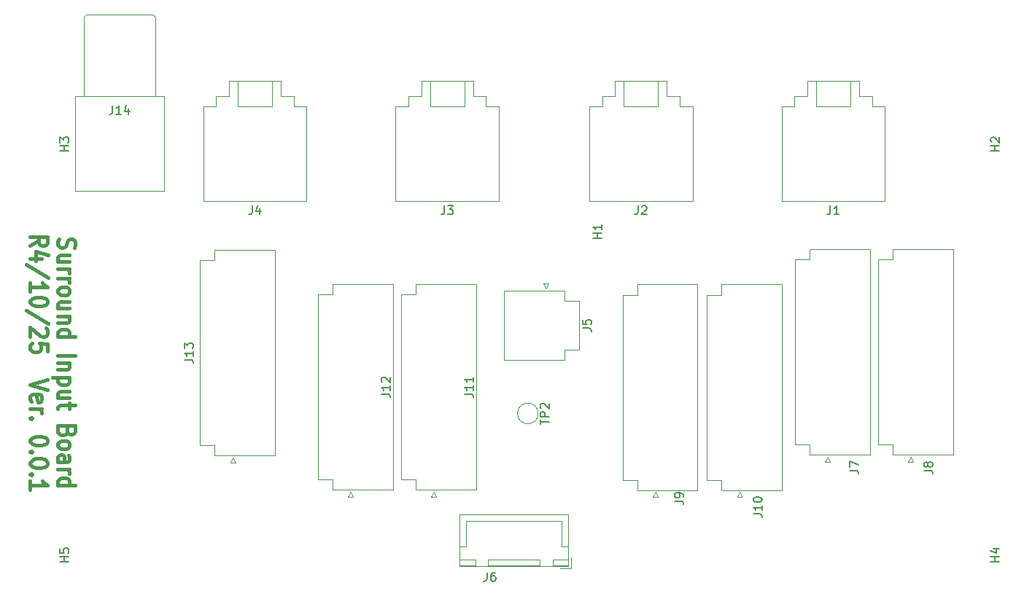
<source format=gbr>
%TF.GenerationSoftware,KiCad,Pcbnew,(6.0.8)*%
%TF.CreationDate,2022-10-25T18:18:37+09:00*%
%TF.ProjectId,amp-input,616d702d-696e-4707-9574-2e6b69636164,rev?*%
%TF.SameCoordinates,Original*%
%TF.FileFunction,Legend,Top*%
%TF.FilePolarity,Positive*%
%FSLAX46Y46*%
G04 Gerber Fmt 4.6, Leading zero omitted, Abs format (unit mm)*
G04 Created by KiCad (PCBNEW (6.0.8)) date 2022-10-25 18:18:37*
%MOMM*%
%LPD*%
G01*
G04 APERTURE LIST*
%ADD10C,0.400000*%
%ADD11C,0.150000*%
%ADD12C,0.120000*%
G04 APERTURE END LIST*
D10*
X101816276Y-76270057D02*
X101721038Y-76527200D01*
X101721038Y-76955771D01*
X101816276Y-77127200D01*
X101911514Y-77212914D01*
X102101990Y-77298628D01*
X102292466Y-77298628D01*
X102482942Y-77212914D01*
X102578180Y-77127200D01*
X102673419Y-76955771D01*
X102768657Y-76612914D01*
X102863895Y-76441485D01*
X102959133Y-76355771D01*
X103149609Y-76270057D01*
X103340085Y-76270057D01*
X103530561Y-76355771D01*
X103625800Y-76441485D01*
X103721038Y-76612914D01*
X103721038Y-77041485D01*
X103625800Y-77298628D01*
X103054371Y-78841485D02*
X101721038Y-78841485D01*
X103054371Y-78070057D02*
X102006752Y-78070057D01*
X101816276Y-78155771D01*
X101721038Y-78327200D01*
X101721038Y-78584342D01*
X101816276Y-78755771D01*
X101911514Y-78841485D01*
X101721038Y-79698628D02*
X103054371Y-79698628D01*
X102673419Y-79698628D02*
X102863895Y-79784342D01*
X102959133Y-79870057D01*
X103054371Y-80041485D01*
X103054371Y-80212914D01*
X101721038Y-80812914D02*
X103054371Y-80812914D01*
X102673419Y-80812914D02*
X102863895Y-80898628D01*
X102959133Y-80984342D01*
X103054371Y-81155771D01*
X103054371Y-81327200D01*
X101721038Y-82184342D02*
X101816276Y-82012914D01*
X101911514Y-81927200D01*
X102101990Y-81841485D01*
X102673419Y-81841485D01*
X102863895Y-81927200D01*
X102959133Y-82012914D01*
X103054371Y-82184342D01*
X103054371Y-82441485D01*
X102959133Y-82612914D01*
X102863895Y-82698628D01*
X102673419Y-82784342D01*
X102101990Y-82784342D01*
X101911514Y-82698628D01*
X101816276Y-82612914D01*
X101721038Y-82441485D01*
X101721038Y-82184342D01*
X103054371Y-84327200D02*
X101721038Y-84327200D01*
X103054371Y-83555771D02*
X102006752Y-83555771D01*
X101816276Y-83641485D01*
X101721038Y-83812914D01*
X101721038Y-84070057D01*
X101816276Y-84241485D01*
X101911514Y-84327200D01*
X103054371Y-85184342D02*
X101721038Y-85184342D01*
X102863895Y-85184342D02*
X102959133Y-85270057D01*
X103054371Y-85441485D01*
X103054371Y-85698628D01*
X102959133Y-85870057D01*
X102768657Y-85955771D01*
X101721038Y-85955771D01*
X101721038Y-87584342D02*
X103721038Y-87584342D01*
X101816276Y-87584342D02*
X101721038Y-87412914D01*
X101721038Y-87070057D01*
X101816276Y-86898628D01*
X101911514Y-86812914D01*
X102101990Y-86727200D01*
X102673419Y-86727200D01*
X102863895Y-86812914D01*
X102959133Y-86898628D01*
X103054371Y-87070057D01*
X103054371Y-87412914D01*
X102959133Y-87584342D01*
X101721038Y-89812914D02*
X103721038Y-89812914D01*
X103054371Y-90670057D02*
X101721038Y-90670057D01*
X102863895Y-90670057D02*
X102959133Y-90755771D01*
X103054371Y-90927200D01*
X103054371Y-91184342D01*
X102959133Y-91355771D01*
X102768657Y-91441485D01*
X101721038Y-91441485D01*
X103054371Y-92298628D02*
X101054371Y-92298628D01*
X102959133Y-92298628D02*
X103054371Y-92470057D01*
X103054371Y-92812914D01*
X102959133Y-92984342D01*
X102863895Y-93070057D01*
X102673419Y-93155771D01*
X102101990Y-93155771D01*
X101911514Y-93070057D01*
X101816276Y-92984342D01*
X101721038Y-92812914D01*
X101721038Y-92470057D01*
X101816276Y-92298628D01*
X103054371Y-94698628D02*
X101721038Y-94698628D01*
X103054371Y-93927200D02*
X102006752Y-93927200D01*
X101816276Y-94012914D01*
X101721038Y-94184342D01*
X101721038Y-94441485D01*
X101816276Y-94612914D01*
X101911514Y-94698628D01*
X103054371Y-95298628D02*
X103054371Y-95984342D01*
X103721038Y-95555771D02*
X102006752Y-95555771D01*
X101816276Y-95641485D01*
X101721038Y-95812914D01*
X101721038Y-95984342D01*
X102768657Y-98555771D02*
X102673419Y-98812914D01*
X102578180Y-98898628D01*
X102387704Y-98984342D01*
X102101990Y-98984342D01*
X101911514Y-98898628D01*
X101816276Y-98812914D01*
X101721038Y-98641485D01*
X101721038Y-97955771D01*
X103721038Y-97955771D01*
X103721038Y-98555771D01*
X103625800Y-98727200D01*
X103530561Y-98812914D01*
X103340085Y-98898628D01*
X103149609Y-98898628D01*
X102959133Y-98812914D01*
X102863895Y-98727200D01*
X102768657Y-98555771D01*
X102768657Y-97955771D01*
X101721038Y-100012914D02*
X101816276Y-99841485D01*
X101911514Y-99755771D01*
X102101990Y-99670057D01*
X102673419Y-99670057D01*
X102863895Y-99755771D01*
X102959133Y-99841485D01*
X103054371Y-100012914D01*
X103054371Y-100270057D01*
X102959133Y-100441485D01*
X102863895Y-100527200D01*
X102673419Y-100612914D01*
X102101990Y-100612914D01*
X101911514Y-100527200D01*
X101816276Y-100441485D01*
X101721038Y-100270057D01*
X101721038Y-100012914D01*
X101721038Y-102155771D02*
X102768657Y-102155771D01*
X102959133Y-102070057D01*
X103054371Y-101898628D01*
X103054371Y-101555771D01*
X102959133Y-101384342D01*
X101816276Y-102155771D02*
X101721038Y-101984342D01*
X101721038Y-101555771D01*
X101816276Y-101384342D01*
X102006752Y-101298628D01*
X102197228Y-101298628D01*
X102387704Y-101384342D01*
X102482942Y-101555771D01*
X102482942Y-101984342D01*
X102578180Y-102155771D01*
X101721038Y-103012914D02*
X103054371Y-103012914D01*
X102673419Y-103012914D02*
X102863895Y-103098628D01*
X102959133Y-103184342D01*
X103054371Y-103355771D01*
X103054371Y-103527200D01*
X101721038Y-104898628D02*
X103721038Y-104898628D01*
X101816276Y-104898628D02*
X101721038Y-104727200D01*
X101721038Y-104384342D01*
X101816276Y-104212914D01*
X101911514Y-104127200D01*
X102101990Y-104041485D01*
X102673419Y-104041485D01*
X102863895Y-104127200D01*
X102959133Y-104212914D01*
X103054371Y-104384342D01*
X103054371Y-104727200D01*
X102959133Y-104898628D01*
X98501038Y-76998628D02*
X99453419Y-76398628D01*
X98501038Y-75970057D02*
X100501038Y-75970057D01*
X100501038Y-76655771D01*
X100405800Y-76827200D01*
X100310561Y-76912914D01*
X100120085Y-76998628D01*
X99834371Y-76998628D01*
X99643895Y-76912914D01*
X99548657Y-76827200D01*
X99453419Y-76655771D01*
X99453419Y-75970057D01*
X99834371Y-78541485D02*
X98501038Y-78541485D01*
X100596276Y-78112914D02*
X99167704Y-77684342D01*
X99167704Y-78798628D01*
X100596276Y-80770057D02*
X98024847Y-79227200D01*
X98501038Y-82312914D02*
X98501038Y-81284342D01*
X98501038Y-81798628D02*
X100501038Y-81798628D01*
X100215323Y-81627200D01*
X100024847Y-81455771D01*
X99929609Y-81284342D01*
X100501038Y-83427200D02*
X100501038Y-83598628D01*
X100405800Y-83770057D01*
X100310561Y-83855771D01*
X100120085Y-83941485D01*
X99739133Y-84027200D01*
X99262942Y-84027200D01*
X98881990Y-83941485D01*
X98691514Y-83855771D01*
X98596276Y-83770057D01*
X98501038Y-83598628D01*
X98501038Y-83427200D01*
X98596276Y-83255771D01*
X98691514Y-83170057D01*
X98881990Y-83084342D01*
X99262942Y-82998628D01*
X99739133Y-82998628D01*
X100120085Y-83084342D01*
X100310561Y-83170057D01*
X100405800Y-83255771D01*
X100501038Y-83427200D01*
X100596276Y-86084342D02*
X98024847Y-84541485D01*
X100310561Y-86598628D02*
X100405800Y-86684342D01*
X100501038Y-86855771D01*
X100501038Y-87284342D01*
X100405800Y-87455771D01*
X100310561Y-87541485D01*
X100120085Y-87627200D01*
X99929609Y-87627200D01*
X99643895Y-87541485D01*
X98501038Y-86512914D01*
X98501038Y-87627200D01*
X100501038Y-89255771D02*
X100501038Y-88398628D01*
X99548657Y-88312914D01*
X99643895Y-88398628D01*
X99739133Y-88570057D01*
X99739133Y-88998628D01*
X99643895Y-89170057D01*
X99548657Y-89255771D01*
X99358180Y-89341485D01*
X98881990Y-89341485D01*
X98691514Y-89255771D01*
X98596276Y-89170057D01*
X98501038Y-88998628D01*
X98501038Y-88570057D01*
X98596276Y-88398628D01*
X98691514Y-88312914D01*
X100501038Y-92598628D02*
X98501038Y-93198628D01*
X100501038Y-93798628D01*
X98596276Y-95084342D02*
X98501038Y-94912914D01*
X98501038Y-94570057D01*
X98596276Y-94398628D01*
X98786752Y-94312914D01*
X99548657Y-94312914D01*
X99739133Y-94398628D01*
X99834371Y-94570057D01*
X99834371Y-94912914D01*
X99739133Y-95084342D01*
X99548657Y-95170057D01*
X99358180Y-95170057D01*
X99167704Y-94312914D01*
X98501038Y-95941485D02*
X99834371Y-95941485D01*
X99453419Y-95941485D02*
X99643895Y-96027200D01*
X99739133Y-96112914D01*
X99834371Y-96284342D01*
X99834371Y-96455771D01*
X98691514Y-97055771D02*
X98596276Y-97141485D01*
X98501038Y-97055771D01*
X98596276Y-96970057D01*
X98691514Y-97055771D01*
X98501038Y-97055771D01*
X100501038Y-99627200D02*
X100501038Y-99798628D01*
X100405800Y-99970057D01*
X100310561Y-100055771D01*
X100120085Y-100141485D01*
X99739133Y-100227200D01*
X99262942Y-100227200D01*
X98881990Y-100141485D01*
X98691514Y-100055771D01*
X98596276Y-99970057D01*
X98501038Y-99798628D01*
X98501038Y-99627200D01*
X98596276Y-99455771D01*
X98691514Y-99370057D01*
X98881990Y-99284342D01*
X99262942Y-99198628D01*
X99739133Y-99198628D01*
X100120085Y-99284342D01*
X100310561Y-99370057D01*
X100405800Y-99455771D01*
X100501038Y-99627200D01*
X98691514Y-100998628D02*
X98596276Y-101084342D01*
X98501038Y-100998628D01*
X98596276Y-100912914D01*
X98691514Y-100998628D01*
X98501038Y-100998628D01*
X100501038Y-102198628D02*
X100501038Y-102370057D01*
X100405800Y-102541485D01*
X100310561Y-102627200D01*
X100120085Y-102712914D01*
X99739133Y-102798628D01*
X99262942Y-102798628D01*
X98881990Y-102712914D01*
X98691514Y-102627200D01*
X98596276Y-102541485D01*
X98501038Y-102370057D01*
X98501038Y-102198628D01*
X98596276Y-102027200D01*
X98691514Y-101941485D01*
X98881990Y-101855771D01*
X99262942Y-101770057D01*
X99739133Y-101770057D01*
X100120085Y-101855771D01*
X100310561Y-101941485D01*
X100405800Y-102027200D01*
X100501038Y-102198628D01*
X98691514Y-103570057D02*
X98596276Y-103655771D01*
X98501038Y-103570057D01*
X98596276Y-103484342D01*
X98691514Y-103570057D01*
X98501038Y-103570057D01*
X98501038Y-105370057D02*
X98501038Y-104341485D01*
X98501038Y-104855771D02*
X100501038Y-104855771D01*
X100215323Y-104684342D01*
X100024847Y-104512914D01*
X99929609Y-104341485D01*
D11*
%TO.C,J9*%
X173302380Y-106706333D02*
X174016666Y-106706333D01*
X174159523Y-106753952D01*
X174254761Y-106849190D01*
X174302380Y-106992047D01*
X174302380Y-107087285D01*
X174302380Y-106182523D02*
X174302380Y-105992047D01*
X174254761Y-105896809D01*
X174207142Y-105849190D01*
X174064285Y-105753952D01*
X173873809Y-105706333D01*
X173492857Y-105706333D01*
X173397619Y-105753952D01*
X173350000Y-105801571D01*
X173302380Y-105896809D01*
X173302380Y-106087285D01*
X173350000Y-106182523D01*
X173397619Y-106230142D01*
X173492857Y-106277761D01*
X173730952Y-106277761D01*
X173826190Y-106230142D01*
X173873809Y-106182523D01*
X173921428Y-106087285D01*
X173921428Y-105896809D01*
X173873809Y-105801571D01*
X173826190Y-105753952D01*
X173730952Y-105706333D01*
%TO.C,J5*%
X162634380Y-86608833D02*
X163348666Y-86608833D01*
X163491523Y-86656452D01*
X163586761Y-86751690D01*
X163634380Y-86894547D01*
X163634380Y-86989785D01*
X162634380Y-85656452D02*
X162634380Y-86132642D01*
X163110571Y-86180261D01*
X163062952Y-86132642D01*
X163015333Y-86037404D01*
X163015333Y-85799309D01*
X163062952Y-85704071D01*
X163110571Y-85656452D01*
X163205809Y-85608833D01*
X163443904Y-85608833D01*
X163539142Y-85656452D01*
X163586761Y-85704071D01*
X163634380Y-85799309D01*
X163634380Y-86037404D01*
X163586761Y-86132642D01*
X163539142Y-86180261D01*
%TO.C,H4*%
X211008380Y-113738904D02*
X210008380Y-113738904D01*
X210484571Y-113738904D02*
X210484571Y-113167476D01*
X211008380Y-113167476D02*
X210008380Y-113167476D01*
X210341714Y-112262714D02*
X211008380Y-112262714D01*
X209960761Y-112500809D02*
X210675047Y-112738904D01*
X210675047Y-112119857D01*
%TO.C,H3*%
X102956780Y-65989104D02*
X101956780Y-65989104D01*
X102432971Y-65989104D02*
X102432971Y-65417676D01*
X102956780Y-65417676D02*
X101956780Y-65417676D01*
X101956780Y-65036723D02*
X101956780Y-64417676D01*
X102337733Y-64751009D01*
X102337733Y-64608152D01*
X102385352Y-64512914D01*
X102432971Y-64465295D01*
X102528209Y-64417676D01*
X102766304Y-64417676D01*
X102861542Y-64465295D01*
X102909161Y-64512914D01*
X102956780Y-64608152D01*
X102956780Y-64893866D01*
X102909161Y-64989104D01*
X102861542Y-65036723D01*
%TO.C,H2*%
X211008380Y-65986904D02*
X210008380Y-65986904D01*
X210484571Y-65986904D02*
X210484571Y-65415476D01*
X211008380Y-65415476D02*
X210008380Y-65415476D01*
X210103619Y-64986904D02*
X210056000Y-64939285D01*
X210008380Y-64844047D01*
X210008380Y-64605952D01*
X210056000Y-64510714D01*
X210103619Y-64463095D01*
X210198857Y-64415476D01*
X210294095Y-64415476D01*
X210436952Y-64463095D01*
X211008380Y-65034523D01*
X211008380Y-64415476D01*
%TO.C,H1*%
X164854380Y-76146904D02*
X163854380Y-76146904D01*
X164330571Y-76146904D02*
X164330571Y-75575476D01*
X164854380Y-75575476D02*
X163854380Y-75575476D01*
X164854380Y-74575476D02*
X164854380Y-75146904D01*
X164854380Y-74861190D02*
X163854380Y-74861190D01*
X163997238Y-74956428D01*
X164092476Y-75051666D01*
X164140095Y-75146904D01*
%TO.C,J3*%
X146577866Y-72391580D02*
X146577866Y-73105866D01*
X146530247Y-73248723D01*
X146435009Y-73343961D01*
X146292152Y-73391580D01*
X146196914Y-73391580D01*
X146958819Y-72391580D02*
X147577866Y-72391580D01*
X147244533Y-72772533D01*
X147387390Y-72772533D01*
X147482628Y-72820152D01*
X147530247Y-72867771D01*
X147577866Y-72963009D01*
X147577866Y-73201104D01*
X147530247Y-73296342D01*
X147482628Y-73343961D01*
X147387390Y-73391580D01*
X147101676Y-73391580D01*
X147006438Y-73343961D01*
X146958819Y-73296342D01*
%TO.C,J13*%
X116406380Y-90262523D02*
X117120666Y-90262523D01*
X117263523Y-90310142D01*
X117358761Y-90405380D01*
X117406380Y-90548238D01*
X117406380Y-90643476D01*
X117406380Y-89262523D02*
X117406380Y-89833952D01*
X117406380Y-89548238D02*
X116406380Y-89548238D01*
X116549238Y-89643476D01*
X116644476Y-89738714D01*
X116692095Y-89833952D01*
X116406380Y-88929190D02*
X116406380Y-88310142D01*
X116787333Y-88643476D01*
X116787333Y-88500619D01*
X116834952Y-88405380D01*
X116882571Y-88357761D01*
X116977809Y-88310142D01*
X117215904Y-88310142D01*
X117311142Y-88357761D01*
X117358761Y-88405380D01*
X117406380Y-88500619D01*
X117406380Y-88786333D01*
X117358761Y-88881571D01*
X117311142Y-88929190D01*
%TO.C,J1*%
X191383466Y-72391580D02*
X191383466Y-73105866D01*
X191335847Y-73248723D01*
X191240609Y-73343961D01*
X191097752Y-73391580D01*
X191002514Y-73391580D01*
X192383466Y-73391580D02*
X191812038Y-73391580D01*
X192097752Y-73391580D02*
X192097752Y-72391580D01*
X192002514Y-72534438D01*
X191907276Y-72629676D01*
X191812038Y-72677295D01*
%TO.C,J2*%
X169056866Y-72391580D02*
X169056866Y-73105866D01*
X169009247Y-73248723D01*
X168914009Y-73343961D01*
X168771152Y-73391580D01*
X168675914Y-73391580D01*
X169485438Y-72486819D02*
X169533057Y-72439200D01*
X169628295Y-72391580D01*
X169866390Y-72391580D01*
X169961628Y-72439200D01*
X170009247Y-72486819D01*
X170056866Y-72582057D01*
X170056866Y-72677295D01*
X170009247Y-72820152D01*
X169437819Y-73391580D01*
X170056866Y-73391580D01*
%TO.C,J12*%
X139266380Y-94260023D02*
X139980666Y-94260023D01*
X140123523Y-94307642D01*
X140218761Y-94402880D01*
X140266380Y-94545738D01*
X140266380Y-94640976D01*
X140266380Y-93260023D02*
X140266380Y-93831452D01*
X140266380Y-93545738D02*
X139266380Y-93545738D01*
X139409238Y-93640976D01*
X139504476Y-93736214D01*
X139552095Y-93831452D01*
X139361619Y-92879071D02*
X139314000Y-92831452D01*
X139266380Y-92736214D01*
X139266380Y-92498119D01*
X139314000Y-92402880D01*
X139361619Y-92355261D01*
X139456857Y-92307642D01*
X139552095Y-92307642D01*
X139694952Y-92355261D01*
X140266380Y-92926690D01*
X140266380Y-92307642D01*
%TO.C,H5*%
X102956780Y-113741104D02*
X101956780Y-113741104D01*
X102432971Y-113741104D02*
X102432971Y-113169676D01*
X102956780Y-113169676D02*
X101956780Y-113169676D01*
X101956780Y-112217295D02*
X101956780Y-112693485D01*
X102432971Y-112741104D01*
X102385352Y-112693485D01*
X102337733Y-112598247D01*
X102337733Y-112360152D01*
X102385352Y-112264914D01*
X102432971Y-112217295D01*
X102528209Y-112169676D01*
X102766304Y-112169676D01*
X102861542Y-112217295D01*
X102909161Y-112264914D01*
X102956780Y-112360152D01*
X102956780Y-112598247D01*
X102909161Y-112693485D01*
X102861542Y-112741104D01*
%TO.C,J6*%
X151538666Y-115005380D02*
X151538666Y-115719666D01*
X151491047Y-115862523D01*
X151395809Y-115957761D01*
X151252952Y-116005380D01*
X151157714Y-116005380D01*
X152443428Y-115005380D02*
X152252952Y-115005380D01*
X152157714Y-115053000D01*
X152110095Y-115100619D01*
X152014857Y-115243476D01*
X151967238Y-115433952D01*
X151967238Y-115814904D01*
X152014857Y-115910142D01*
X152062476Y-115957761D01*
X152157714Y-116005380D01*
X152348190Y-116005380D01*
X152443428Y-115957761D01*
X152491047Y-115910142D01*
X152538666Y-115814904D01*
X152538666Y-115576809D01*
X152491047Y-115481571D01*
X152443428Y-115433952D01*
X152348190Y-115386333D01*
X152157714Y-115386333D01*
X152062476Y-115433952D01*
X152014857Y-115481571D01*
X151967238Y-115576809D01*
%TO.C,J11*%
X148918380Y-94260023D02*
X149632666Y-94260023D01*
X149775523Y-94307642D01*
X149870761Y-94402880D01*
X149918380Y-94545738D01*
X149918380Y-94640976D01*
X149918380Y-93260023D02*
X149918380Y-93831452D01*
X149918380Y-93545738D02*
X148918380Y-93545738D01*
X149061238Y-93640976D01*
X149156476Y-93736214D01*
X149204095Y-93831452D01*
X149918380Y-92307642D02*
X149918380Y-92879071D01*
X149918380Y-92593357D02*
X148918380Y-92593357D01*
X149061238Y-92688595D01*
X149156476Y-92783833D01*
X149204095Y-92879071D01*
%TO.C,J10*%
X182446380Y-108198523D02*
X183160666Y-108198523D01*
X183303523Y-108246142D01*
X183398761Y-108341380D01*
X183446380Y-108484238D01*
X183446380Y-108579476D01*
X183446380Y-107198523D02*
X183446380Y-107769952D01*
X183446380Y-107484238D02*
X182446380Y-107484238D01*
X182589238Y-107579476D01*
X182684476Y-107674714D01*
X182732095Y-107769952D01*
X182446380Y-106579476D02*
X182446380Y-106484238D01*
X182494000Y-106389000D01*
X182541619Y-106341380D01*
X182636857Y-106293761D01*
X182827333Y-106246142D01*
X183065428Y-106246142D01*
X183255904Y-106293761D01*
X183351142Y-106341380D01*
X183398761Y-106389000D01*
X183446380Y-106484238D01*
X183446380Y-106579476D01*
X183398761Y-106674714D01*
X183351142Y-106722333D01*
X183255904Y-106769952D01*
X183065428Y-106817571D01*
X182827333Y-106817571D01*
X182636857Y-106769952D01*
X182541619Y-106722333D01*
X182494000Y-106674714D01*
X182446380Y-106579476D01*
%TO.C,TP2*%
X157711180Y-97781904D02*
X157711180Y-97210476D01*
X158711180Y-97496190D02*
X157711180Y-97496190D01*
X158711180Y-96877142D02*
X157711180Y-96877142D01*
X157711180Y-96496190D01*
X157758800Y-96400952D01*
X157806419Y-96353333D01*
X157901657Y-96305714D01*
X158044514Y-96305714D01*
X158139752Y-96353333D01*
X158187371Y-96400952D01*
X158234990Y-96496190D01*
X158234990Y-96877142D01*
X157806419Y-95924761D02*
X157758800Y-95877142D01*
X157711180Y-95781904D01*
X157711180Y-95543809D01*
X157758800Y-95448571D01*
X157806419Y-95400952D01*
X157901657Y-95353333D01*
X157996895Y-95353333D01*
X158139752Y-95400952D01*
X158711180Y-95972380D01*
X158711180Y-95353333D01*
%TO.C,J4*%
X124251266Y-72391580D02*
X124251266Y-73105866D01*
X124203647Y-73248723D01*
X124108409Y-73343961D01*
X123965552Y-73391580D01*
X123870314Y-73391580D01*
X125156028Y-72724914D02*
X125156028Y-73391580D01*
X124917933Y-72343961D02*
X124679838Y-73058247D01*
X125298885Y-73058247D01*
%TO.C,J8*%
X202258380Y-103150333D02*
X202972666Y-103150333D01*
X203115523Y-103197952D01*
X203210761Y-103293190D01*
X203258380Y-103436047D01*
X203258380Y-103531285D01*
X202686952Y-102531285D02*
X202639333Y-102626523D01*
X202591714Y-102674142D01*
X202496476Y-102721761D01*
X202448857Y-102721761D01*
X202353619Y-102674142D01*
X202306000Y-102626523D01*
X202258380Y-102531285D01*
X202258380Y-102340809D01*
X202306000Y-102245571D01*
X202353619Y-102197952D01*
X202448857Y-102150333D01*
X202496476Y-102150333D01*
X202591714Y-102197952D01*
X202639333Y-102245571D01*
X202686952Y-102340809D01*
X202686952Y-102531285D01*
X202734571Y-102626523D01*
X202782190Y-102674142D01*
X202877428Y-102721761D01*
X203067904Y-102721761D01*
X203163142Y-102674142D01*
X203210761Y-102626523D01*
X203258380Y-102531285D01*
X203258380Y-102340809D01*
X203210761Y-102245571D01*
X203163142Y-102197952D01*
X203067904Y-102150333D01*
X202877428Y-102150333D01*
X202782190Y-102197952D01*
X202734571Y-102245571D01*
X202686952Y-102340809D01*
%TO.C,J14*%
X108054876Y-60741580D02*
X108054876Y-61455866D01*
X108007257Y-61598723D01*
X107912019Y-61693961D01*
X107769161Y-61741580D01*
X107673923Y-61741580D01*
X109054876Y-61741580D02*
X108483447Y-61741580D01*
X108769161Y-61741580D02*
X108769161Y-60741580D01*
X108673923Y-60884438D01*
X108578685Y-60979676D01*
X108483447Y-61027295D01*
X109912019Y-61074914D02*
X109912019Y-61741580D01*
X109673923Y-60693961D02*
X109435828Y-61408247D01*
X110054876Y-61408247D01*
%TO.C,J7*%
X193622380Y-103150333D02*
X194336666Y-103150333D01*
X194479523Y-103197952D01*
X194574761Y-103293190D01*
X194622380Y-103436047D01*
X194622380Y-103531285D01*
X193622380Y-102769380D02*
X193622380Y-102102714D01*
X194622380Y-102531285D01*
D12*
%TO.C,J9*%
X170766000Y-106248000D02*
X171066000Y-105648000D01*
X167256000Y-104248000D02*
X167256000Y-82728000D01*
X171366000Y-106248000D02*
X170766000Y-106248000D01*
X167256000Y-82728000D02*
X168956000Y-82728000D01*
X168956000Y-105448000D02*
X168956000Y-104248000D01*
X175976000Y-81528000D02*
X175976000Y-105448000D01*
X168956000Y-104248000D02*
X167256000Y-104248000D01*
X168956000Y-81528000D02*
X175976000Y-81528000D01*
X171066000Y-105648000D02*
X171366000Y-106248000D01*
X168956000Y-82728000D02*
X168956000Y-81528000D01*
X175976000Y-105448000D02*
X168956000Y-105448000D01*
%TO.C,J5*%
X153488000Y-90315500D02*
X153488000Y-82235500D01*
X158098000Y-81435500D02*
X158698000Y-81435500D01*
X160508000Y-82235500D02*
X160508000Y-83435500D01*
X158698000Y-81435500D02*
X158398000Y-82035500D01*
X160508000Y-83435500D02*
X162208000Y-83435500D01*
X162208000Y-89115500D02*
X160508000Y-89115500D01*
X153488000Y-82235500D02*
X160508000Y-82235500D01*
X158398000Y-82035500D02*
X158098000Y-81435500D01*
X160508000Y-90315500D02*
X153488000Y-90315500D01*
X162208000Y-83435500D02*
X162208000Y-89115500D01*
X160508000Y-89115500D02*
X160508000Y-90315500D01*
%TO.C,J3*%
X142411200Y-60839200D02*
X142411200Y-59639200D01*
X149911200Y-57839200D02*
X149911200Y-59639200D01*
X142411200Y-59639200D02*
X143911200Y-59639200D01*
X152911200Y-71839200D02*
X140911200Y-71839200D01*
X151411200Y-59639200D02*
X151411200Y-60839200D01*
X151411200Y-60839200D02*
X152911200Y-60839200D01*
X143911200Y-59639200D02*
X143911200Y-57839200D01*
X152911200Y-60839200D02*
X152911200Y-71839200D01*
X144911200Y-60839200D02*
X148911200Y-60839200D01*
X148911200Y-60839200D02*
X148911200Y-57839200D01*
X140911200Y-71839200D02*
X140911200Y-60839200D01*
X140911200Y-60839200D02*
X142411200Y-60839200D01*
X144911200Y-57839200D02*
X144911200Y-60839200D01*
X143911200Y-57839200D02*
X149911200Y-57839200D01*
X149911200Y-59639200D02*
X151411200Y-59639200D01*
%TO.C,J13*%
X121734000Y-102213000D02*
X122034000Y-101613000D01*
X118224000Y-78693000D02*
X119924000Y-78693000D01*
X122334000Y-102213000D02*
X121734000Y-102213000D01*
X119924000Y-100213000D02*
X118224000Y-100213000D01*
X119924000Y-77493000D02*
X126944000Y-77493000D01*
X119924000Y-78693000D02*
X119924000Y-77493000D01*
X122034000Y-101613000D02*
X122334000Y-102213000D01*
X126944000Y-77493000D02*
X126944000Y-101413000D01*
X119924000Y-101413000D02*
X119924000Y-100213000D01*
X126944000Y-101413000D02*
X119924000Y-101413000D01*
X118224000Y-100213000D02*
X118224000Y-78693000D01*
%TO.C,J1*%
X188716800Y-59639200D02*
X188716800Y-57839200D01*
X185716800Y-71839200D02*
X185716800Y-60839200D01*
X189716800Y-60839200D02*
X193716800Y-60839200D01*
X194716800Y-59639200D02*
X196216800Y-59639200D01*
X194716800Y-57839200D02*
X194716800Y-59639200D01*
X196216800Y-59639200D02*
X196216800Y-60839200D01*
X185716800Y-60839200D02*
X187216800Y-60839200D01*
X187216800Y-60839200D02*
X187216800Y-59639200D01*
X196216800Y-60839200D02*
X197716800Y-60839200D01*
X197716800Y-71839200D02*
X185716800Y-71839200D01*
X197716800Y-60839200D02*
X197716800Y-71839200D01*
X189716800Y-57839200D02*
X189716800Y-60839200D01*
X187216800Y-59639200D02*
X188716800Y-59639200D01*
X193716800Y-60839200D02*
X193716800Y-57839200D01*
X188716800Y-57839200D02*
X194716800Y-57839200D01*
%TO.C,J2*%
X172390200Y-59639200D02*
X173890200Y-59639200D01*
X163390200Y-71839200D02*
X163390200Y-60839200D01*
X173890200Y-60839200D02*
X175390200Y-60839200D01*
X164890200Y-59639200D02*
X166390200Y-59639200D01*
X172390200Y-57839200D02*
X172390200Y-59639200D01*
X163390200Y-60839200D02*
X164890200Y-60839200D01*
X175390200Y-71839200D02*
X163390200Y-71839200D01*
X166390200Y-57839200D02*
X172390200Y-57839200D01*
X175390200Y-60839200D02*
X175390200Y-71839200D01*
X173890200Y-59639200D02*
X173890200Y-60839200D01*
X164890200Y-60839200D02*
X164890200Y-59639200D01*
X167390200Y-57839200D02*
X167390200Y-60839200D01*
X166390200Y-59639200D02*
X166390200Y-57839200D01*
X167390200Y-60839200D02*
X171390200Y-60839200D01*
X171390200Y-60839200D02*
X171390200Y-57839200D01*
%TO.C,J12*%
X140618000Y-81490500D02*
X140618000Y-105410500D01*
X133598000Y-104210500D02*
X131898000Y-104210500D01*
X133598000Y-82690500D02*
X133598000Y-81490500D01*
X135408000Y-106210500D02*
X135708000Y-105610500D01*
X131898000Y-104210500D02*
X131898000Y-82690500D01*
X135708000Y-105610500D02*
X136008000Y-106210500D01*
X140618000Y-105410500D02*
X133598000Y-105410500D01*
X131898000Y-82690500D02*
X133598000Y-82690500D01*
X133598000Y-105410500D02*
X133598000Y-104210500D01*
X133598000Y-81490500D02*
X140618000Y-81490500D01*
X136008000Y-106210500D02*
X135408000Y-106210500D01*
%TO.C,J6*%
X160976000Y-114220000D02*
X160976000Y-108250000D01*
X157666000Y-114210000D02*
X157666000Y-113460000D01*
X160966000Y-114210000D02*
X160966000Y-113460000D01*
X157666000Y-113460000D02*
X151666000Y-113460000D01*
X160216000Y-111960000D02*
X160216000Y-109010000D01*
X151666000Y-114210000D02*
X157666000Y-114210000D01*
X149116000Y-111960000D02*
X149116000Y-109010000D01*
X160016000Y-114510000D02*
X161266000Y-114510000D01*
X159166000Y-114210000D02*
X160966000Y-114210000D01*
X148356000Y-108250000D02*
X148356000Y-114220000D01*
X150166000Y-114210000D02*
X150166000Y-113460000D01*
X148356000Y-114220000D02*
X160976000Y-114220000D01*
X159166000Y-113460000D02*
X159166000Y-114210000D01*
X161266000Y-114510000D02*
X161266000Y-113260000D01*
X160976000Y-108250000D02*
X148356000Y-108250000D01*
X160966000Y-113460000D02*
X159166000Y-113460000D01*
X150166000Y-113460000D02*
X148366000Y-113460000D01*
X148366000Y-113460000D02*
X148366000Y-114210000D01*
X148366000Y-114210000D02*
X150166000Y-114210000D01*
X160216000Y-109010000D02*
X154666000Y-109010000D01*
X160966000Y-111960000D02*
X160216000Y-111960000D01*
X151666000Y-113460000D02*
X151666000Y-114210000D01*
X149116000Y-109010000D02*
X154666000Y-109010000D01*
X148366000Y-111960000D02*
X149116000Y-111960000D01*
%TO.C,J11*%
X150270000Y-105410500D02*
X143250000Y-105410500D01*
X143250000Y-82690500D02*
X143250000Y-81490500D01*
X145060000Y-106210500D02*
X145360000Y-105610500D01*
X150270000Y-81490500D02*
X150270000Y-105410500D01*
X141550000Y-82690500D02*
X143250000Y-82690500D01*
X143250000Y-104210500D02*
X141550000Y-104210500D01*
X141550000Y-104210500D02*
X141550000Y-82690500D01*
X145660000Y-106210500D02*
X145060000Y-106210500D01*
X145360000Y-105610500D02*
X145660000Y-106210500D01*
X143250000Y-105410500D02*
X143250000Y-104210500D01*
X143250000Y-81490500D02*
X150270000Y-81490500D01*
%TO.C,J10*%
X178768000Y-81528000D02*
X185788000Y-81528000D01*
X178768000Y-104248000D02*
X177068000Y-104248000D01*
X178768000Y-82728000D02*
X178768000Y-81528000D01*
X177068000Y-82728000D02*
X178768000Y-82728000D01*
X178768000Y-105448000D02*
X178768000Y-104248000D01*
X185788000Y-105448000D02*
X178768000Y-105448000D01*
X177068000Y-104248000D02*
X177068000Y-82728000D01*
X180578000Y-106248000D02*
X180878000Y-105648000D01*
X180878000Y-105648000D02*
X181178000Y-106248000D01*
X185788000Y-81528000D02*
X185788000Y-105448000D01*
X181178000Y-106248000D02*
X180578000Y-106248000D01*
%TO.C,TP2*%
X157460800Y-96520000D02*
G75*
G03*
X157460800Y-96520000I-1200000J0D01*
G01*
%TO.C,J4*%
X118584600Y-71839200D02*
X118584600Y-60839200D01*
X130584600Y-60839200D02*
X130584600Y-71839200D01*
X118584600Y-60839200D02*
X120084600Y-60839200D01*
X122584600Y-57839200D02*
X122584600Y-60839200D01*
X130584600Y-71839200D02*
X118584600Y-71839200D01*
X121584600Y-57839200D02*
X127584600Y-57839200D01*
X120084600Y-59639200D02*
X121584600Y-59639200D01*
X127584600Y-59639200D02*
X129084600Y-59639200D01*
X127584600Y-57839200D02*
X127584600Y-59639200D01*
X126584600Y-60839200D02*
X126584600Y-57839200D01*
X129084600Y-60839200D02*
X130584600Y-60839200D01*
X120084600Y-60839200D02*
X120084600Y-59639200D01*
X122584600Y-60839200D02*
X126584600Y-60839200D01*
X129084600Y-59639200D02*
X129084600Y-60839200D01*
X121584600Y-59639200D02*
X121584600Y-57839200D01*
%TO.C,J8*%
X205642000Y-101346500D02*
X198622000Y-101346500D01*
X196922000Y-100146500D02*
X196922000Y-78626500D01*
X198622000Y-78626500D02*
X198622000Y-77426500D01*
X200732000Y-101546500D02*
X201032000Y-102146500D01*
X198622000Y-100146500D02*
X196922000Y-100146500D01*
X198622000Y-101346500D02*
X198622000Y-100146500D01*
X205642000Y-77426500D02*
X205642000Y-101346500D01*
X201032000Y-102146500D02*
X200432000Y-102146500D01*
X196922000Y-78626500D02*
X198622000Y-78626500D01*
X200432000Y-102146500D02*
X200732000Y-101546500D01*
X198622000Y-77426500D02*
X205642000Y-77426500D01*
%TO.C,J14*%
X104714400Y-50439200D02*
X104714400Y-59639200D01*
X112714400Y-50139200D02*
X105014400Y-50139200D01*
X113014400Y-50439200D02*
X113014400Y-59639200D01*
X103714400Y-59639200D02*
X114014400Y-59639200D01*
X113014400Y-50439200D02*
X112714400Y-50139200D01*
X103714400Y-70639200D02*
X103714400Y-59639200D01*
X104714400Y-50439200D02*
X105014400Y-50139200D01*
X114014400Y-70639200D02*
X103714400Y-70639200D01*
X114014400Y-59639200D02*
X114014400Y-70639200D01*
%TO.C,J7*%
X190780000Y-102146500D02*
X191080000Y-101546500D01*
X187270000Y-78626500D02*
X188970000Y-78626500D01*
X187270000Y-100146500D02*
X187270000Y-78626500D01*
X188970000Y-77426500D02*
X195990000Y-77426500D01*
X188970000Y-100146500D02*
X187270000Y-100146500D01*
X195990000Y-77426500D02*
X195990000Y-101346500D01*
X191080000Y-101546500D02*
X191380000Y-102146500D01*
X188970000Y-101346500D02*
X188970000Y-100146500D01*
X195990000Y-101346500D02*
X188970000Y-101346500D01*
X188970000Y-78626500D02*
X188970000Y-77426500D01*
X191380000Y-102146500D02*
X190780000Y-102146500D01*
%TD*%
M02*

</source>
